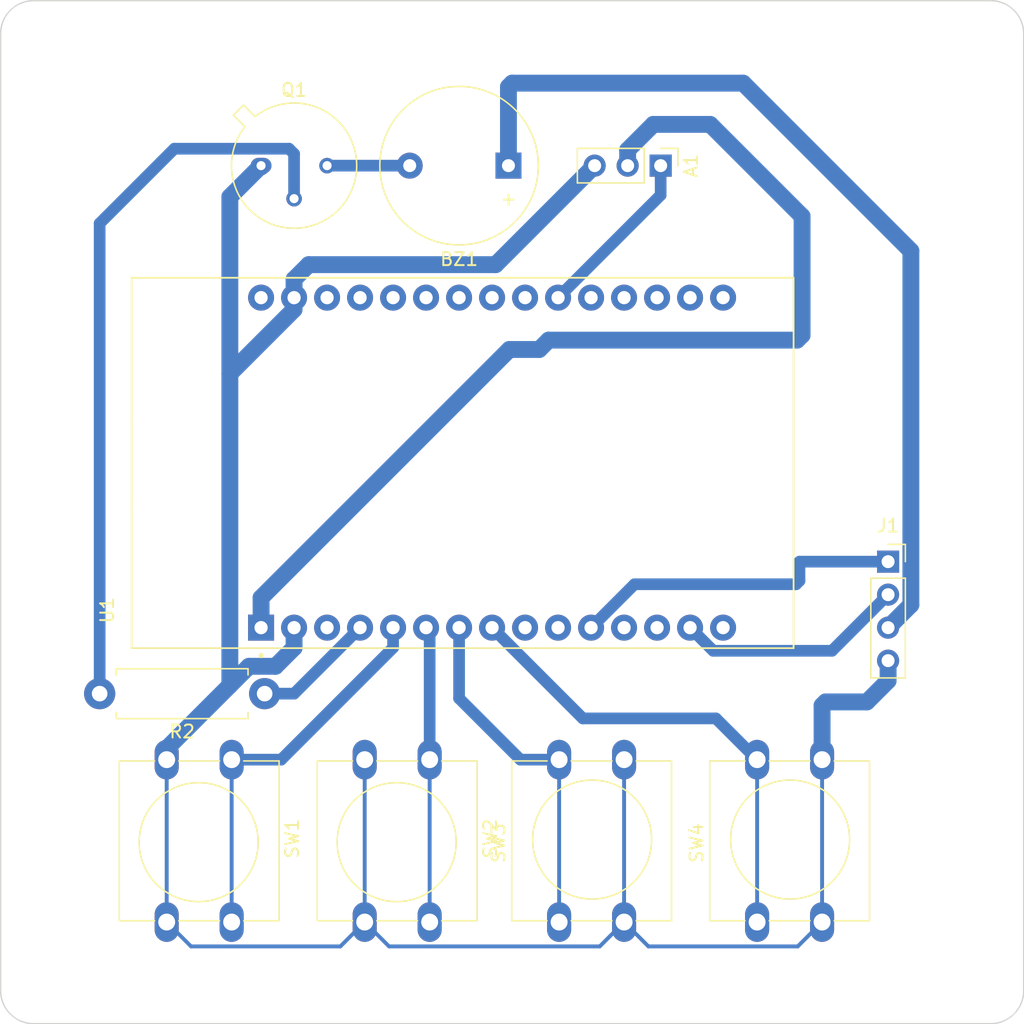
<source format=kicad_pcb>
(kicad_pcb (version 20221018) (generator pcbnew)
  (layers (0 "F.Cu" signal) (31 "B.Cu" signal) (34 "B.Paste" user) (35 "F.Paste" user) (36 "B.SilkS" user "B.Silkscreen") (37 "F.SilkS" user "F.Silkscreen") (38 "B.Mask" user) (39 "F.Mask" user) (44 "Edge.Cuts" user))
  (net 0 "")
  (net 1 "+3.3V")
  (net 2 "GND")
  (net 4 "/D2")
  (net 5 "/D4")
  (net 6 "/D16")
  (net 7 "/D17")
  (net 8 "/D5")
  (net 11 "/D21")
  (net 14 "/D22")
  (net 18 "/D14")
  (net 28 "+5V")
  (net 29 "Net-(BZ1-+)")
  (net 30 "Net-(Q1-B)")
  (net 31 "/D32")
  (footprint "Button_Switch_THT:SW_PUSH-12mm" (layer "F.Cu") (at 129.54 109.22 -90)
    (fp_text reference "SW2" (at 6.08 -4.66 90) (layer "F.SilkS"))
    (fp_text value "SW_Push_Dual")
    (fp_line (start 0.1 -3.65) (end 12.4 -3.65) (stroke (width 0.12)) (layer "F.SilkS"))
    (fp_line (start 0.1 -0.93) (end 0.1 -3.65) (stroke (width 0.12)) (layer "F.SilkS"))
    (fp_line (start 0.1 4.07) (end 0.1 0.93) (stroke (width 0.12)) (layer "F.SilkS"))
    (fp_line (start 0.1 8.65) (end 0.1 5.93) (stroke (width 0.12)) (layer "F.SilkS"))
    (fp_line (start 12.4 -3.65) (end 12.4 -0.93) (stroke (width 0.12)) (layer "F.SilkS"))
    (fp_line (start 12.4 0.93) (end 12.4 4.07) (stroke (width 0.12)) (layer "F.SilkS"))
    (fp_line (start 12.4 5.93) (end 12.4 8.65) (stroke (width 0.12)) (layer "F.SilkS"))
    (fp_line (start 12.4 8.65) (end 0.1 8.65) (stroke (width 0.12)) (layer "F.SilkS"))
    (fp_circle (center 6.35 2.54) (end 10.16 5.08) (stroke (width 0.12)) (fill none) (layer "F.SilkS"))
    (pad "1" thru_hole oval (at 0 0 270) (size 3.048 1.85) (drill 1.3) (layers "*.Cu" "*.Mask") (net 6 "/D16"))
    (pad "1" thru_hole oval (at 12.5 0 270) (size 3.048 1.85) (drill 1.3) (layers "*.Cu" "*.Mask") (net 6 "/D16"))
    (pad "2" thru_hole oval (at 0 5 270) (size 3.048 1.85) (drill 1.3) (layers "*.Cu" "*.Mask") (net 2 "GND"))
    (pad "2" thru_hole oval (at 12.5 5 270) (size 3.048 1.85) (drill 1.3) (layers "*.Cu" "*.Mask") (net 2 "GND"))
  )
  (footprint "Button_Switch_THT:SW_PUSH-12mm" (layer "F.Cu") (at 114.3 109.22 -90)
    (fp_text reference "SW1" (at 6.08 -4.66 90) (layer "F.SilkS"))
    (fp_text value "SW_Push_Dual")
    (fp_line (start 0.1 -3.65) (end 12.4 -3.65) (stroke (width 0.12)) (layer "F.SilkS"))
    (fp_line (start 0.1 -0.93) (end 0.1 -3.65) (stroke (width 0.12)) (layer "F.SilkS"))
    (fp_line (start 0.1 4.07) (end 0.1 0.93) (stroke (width 0.12)) (layer "F.SilkS"))
    (fp_line (start 0.1 8.65) (end 0.1 5.93) (stroke (width 0.12)) (layer "F.SilkS"))
    (fp_line (start 12.4 -3.65) (end 12.4 -0.93) (stroke (width 0.12)) (layer "F.SilkS"))
    (fp_line (start 12.4 0.93) (end 12.4 4.07) (stroke (width 0.12)) (layer "F.SilkS"))
    (fp_line (start 12.4 5.93) (end 12.4 8.65) (stroke (width 0.12)) (layer "F.SilkS"))
    (fp_line (start 12.4 8.65) (end 0.1 8.65) (stroke (width 0.12)) (layer "F.SilkS"))
    (fp_circle (center 6.35 2.54) (end 10.16 5.08) (stroke (width 0.12)) (fill none) (layer "F.SilkS"))
    (pad "1" thru_hole oval (at 0 0 270) (size 3.048 1.85) (drill 1.3) (layers "*.Cu" "*.Mask") (net 5 "/D4"))
    (pad "1" thru_hole oval (at 12.5 0 270) (size 3.048 1.85) (drill 1.3) (layers "*.Cu" "*.Mask") (net 5 "/D4"))
    (pad "2" thru_hole oval (at 0 5 270) (size 3.048 1.85) (drill 1.3) (layers "*.Cu" "*.Mask") (net 2 "GND"))
    (pad "2" thru_hole oval (at 12.5 5 270) (size 3.048 1.85) (drill 1.3) (layers "*.Cu" "*.Mask") (net 2 "GND"))
  )
  (footprint "Connector_PinHeader_2.54mm:PinHeader_1x03_P2.54mm_Vertical" (layer "F.Cu") (at 147.32 63.5 -90)
    (fp_text reference "A1" (at 0 -2.33 90) (layer "F.SilkS"))
    (fp_text value "LM35DZ_NOPB")
    (fp_line (start -1.33 -1.33) (end 0 -1.33) (stroke (width 0.12)) (layer "F.SilkS"))
    (fp_line (start -1.33 0) (end -1.33 -1.33) (stroke (width 0.12)) (layer "F.SilkS"))
    (fp_line (start -1.33 1.27) (end -1.33 6.41) (stroke (width 0.12)) (layer "F.SilkS"))
    (fp_line (start -1.33 1.27) (end 1.33 1.27) (stroke (width 0.12)) (layer "F.SilkS"))
    (fp_line (start -1.33 6.41) (end 1.33 6.41) (stroke (width 0.12)) (layer "F.SilkS"))
    (fp_line (start 1.33 1.27) (end 1.33 6.41) (stroke (width 0.12)) (layer "F.SilkS"))
    (pad "1" thru_hole rect (at 0 0 270) (size 1.7 1.7) (drill 1) (layers "*.Cu" "*.Mask") (net 31 "/D32"))
    (pad "2" thru_hole oval (at 0 2.54 270) (size 1.7 1.7) (drill 1) (layers "*.Cu" "*.Mask") (net 1 "+3.3V"))
    (pad "3" thru_hole oval (at 0 5.08 270) (size 1.7 1.7) (drill 1) (layers "*.Cu" "*.Mask") (net 2 "GND"))
  )
  (footprint "Button_Switch_THT:SW_PUSH-12mm" (layer "F.Cu") (at 154.745 121.72 90)
    (fp_text reference "SW4" (at 6.08 -4.66 90) (layer "F.SilkS"))
    (fp_text value "SW_Push_Dual")
    (fp_line (start 0.1 -3.65) (end 12.4 -3.65) (stroke (width 0.12)) (layer "F.SilkS"))
    (fp_line (start 0.1 -0.93) (end 0.1 -3.65) (stroke (width 0.12)) (layer "F.SilkS"))
    (fp_line (start 0.1 4.07) (end 0.1 0.93) (stroke (width 0.12)) (layer "F.SilkS"))
    (fp_line (start 0.1 8.65) (end 0.1 5.93) (stroke (width 0.12)) (layer "F.SilkS"))
    (fp_line (start 12.4 -3.65) (end 12.4 -0.93) (stroke (width 0.12)) (layer "F.SilkS"))
    (fp_line (start 12.4 0.93) (end 12.4 4.07) (stroke (width 0.12)) (layer "F.SilkS"))
    (fp_line (start 12.4 5.93) (end 12.4 8.65) (stroke (width 0.12)) (layer "F.SilkS"))
    (fp_line (start 12.4 8.65) (end 0.1 8.65) (stroke (width 0.12)) (layer "F.SilkS"))
    (fp_circle (center 6.35 2.54) (end 10.16 5.08) (stroke (width 0.12)) (fill none) (layer "F.SilkS"))
    (pad "1" thru_hole oval (at 0 0 90) (size 3.048 1.85) (drill 1.3) (layers "*.Cu" "*.Mask") (net 8 "/D5"))
    (pad "1" thru_hole oval (at 12.5 0 90) (size 3.048 1.85) (drill 1.3) (layers "*.Cu" "*.Mask") (net 8 "/D5"))
    (pad "2" thru_hole oval (at 0 5 90) (size 3.048 1.85) (drill 1.3) (layers "*.Cu" "*.Mask") (net 2 "GND"))
    (pad "2" thru_hole oval (at 12.5 5 90) (size 3.048 1.85) (drill 1.3) (layers "*.Cu" "*.Mask") (net 2 "GND"))
  )
  (footprint "Package_TO_SOT_THT:TO-39-3" (layer "F.Cu") (at 116.565 63.5)
    (fp_text reference "Q1" (at 2.54 -5.82) (layer "F.SilkS"))
    (fp_text value "2N2219")
    (fp_line (start -2.125856 -3.888039) (end -1.234902 -2.997084) (stroke (width 0.12)) (layer "F.SilkS"))
    (fp_line (start -1.348039 -4.665856) (end -2.125856 -3.888039) (stroke (width 0.12)) (layer "F.SilkS"))
    (fp_line (start -0.457084 -3.774902) (end -1.348039 -4.665856) (stroke (width 0.12)) (layer "F.SilkS"))
    (fp_arc (start -0.457084 -3.774902) (mid 5.948125 3.408384) (end -1.234674 -2.997371) (stroke (width 0.12)) (layer "F.SilkS"))
    (pad "1" thru_hole oval (at 0 0) (size 1.6 1.2) (drill 0.7) (layers "*.Cu" "*.Mask") (net 2 "GND"))
    (pad "2" thru_hole oval (at 2.54 2.54) (size 1.2 1.2) (drill 0.7) (layers "*.Cu" "*.Mask") (net 30 "Net-(Q1-B)"))
    (pad "3" thru_hole oval (at 5.08 0) (size 1.2 1.2) (drill 0.7) (layers "*.Cu" "*.Mask") (net 29 "Net-(BZ1-+)"))
  )
  (footprint "Connector_PinSocket_2.54mm:PinSocket_1x04_P2.54mm_Vertical" (layer "F.Cu") (at 164.825 93.98)
    (fp_text reference "J1" (at 0 -2.77) (layer "F.SilkS"))
    (fp_text value "Conn_01x04_Socket")
    (fp_line (start -1.33 1.27) (end -1.33 8.95) (stroke (width 0.12)) (layer "F.SilkS"))
    (fp_line (start -1.33 1.27) (end 1.33 1.27) (stroke (width 0.12)) (layer "F.SilkS"))
    (fp_line (start -1.33 8.95) (end 1.33 8.95) (stroke (width 0.12)) (layer "F.SilkS"))
    (fp_line (start 0 -1.33) (end 1.33 -1.33) (stroke (width 0.12)) (layer "F.SilkS"))
    (fp_line (start 1.33 -1.33) (end 1.33 0) (stroke (width 0.12)) (layer "F.SilkS"))
    (fp_line (start 1.33 1.27) (end 1.33 8.95) (stroke (width 0.12)) (layer "F.SilkS"))
    (pad "1" thru_hole rect (at 0 0) (size 1.7 1.7) (drill 1) (layers "*.Cu" "*.Mask") (net 11 "/D21"))
    (pad "2" thru_hole oval (at 0 2.54) (size 1.7 1.7) (drill 1) (layers "*.Cu" "*.Mask") (net 14 "/D22"))
    (pad "3" thru_hole oval (at 0 5.08) (size 1.7 1.7) (drill 1) (layers "*.Cu" "*.Mask") (net 28 "+5V"))
    (pad "4" thru_hole oval (at 0 7.62) (size 1.7 1.7) (drill 1) (layers "*.Cu" "*.Mask") (net 2 "GND"))
  )
  (footprint "Buzzer_Beeper:Buzzer_12x9.5RM7.6" (layer "F.Cu") (at 135.605 63.5 180)
    (fp_text reference "BZ1" (at 3.8 -7.2) (layer "F.SilkS"))
    (fp_text value "Buzzer")
    (fp_text user "+" (at -0.01 -2.54) (layer "F.SilkS"))
    (fp_circle (center 3.8 0) (end 9.9 0) (stroke (width 0.12)) (fill none) (layer "F.SilkS"))
    (pad "1" thru_hole rect (at 0 0 180) (size 2 2) (drill 1) (layers "*.Cu" "*.Mask") (net 28 "+5V"))
    (pad "2" thru_hole circle (at 7.6 0 180) (size 2 2) (drill 1) (layers "*.Cu" "*.Mask") (net 29 "Net-(BZ1-+)"))
  )
  (footprint "ESP32-DEVKIT-V1:MODULE_ESP32_DEVKIT_V1" (layer "F.Cu") (at 132.08 86.36 90)
    (fp_text reference "U1" (at -11.355 -27.36 90) (layer "F.SilkS"))
    (fp_text value "ESP32-DEVKIT-V1")
    (fp_line (start -14.28 -25.475) (end -3.211 -25.475) (stroke (width 0.127)) (layer "F.SilkS"))
    (fp_line (start -14.28 -25.475) (end 14.23 -25.475) (stroke (width 0.127)) (layer "F.SilkS"))
    (fp_line (start -14.28 25.475) (end -14.28 -25.475) (stroke (width 0.127)) (layer "F.SilkS"))
    (fp_line (start -14.28 25.475) (end -14.28 -25.475) (stroke (width 0.127)) (layer "F.SilkS"))
    (fp_line (start -14.28 25.475) (end -8.91 25.475) (stroke (width 0.127)) (layer "F.SilkS"))
    (fp_line (start -8.91 25.475) (end 8.78 25.475) (stroke (width 0.127)) (layer "F.SilkS"))
    (fp_line (start -3.211 -25.475) (end 3.5 -25.475) (stroke (width 0.127)) (layer "F.SilkS"))
    (fp_line (start 3.5 -25.475) (end 14.23 -25.475) (stroke (width 0.127)) (layer "F.SilkS"))
    (fp_line (start 8.78 25.475) (end 14.23 25.475) (stroke (width 0.127)) (layer "F.SilkS"))
    (fp_line (start 14.23 -25.475) (end 14.23 25.475) (stroke (width 0.127)) (layer "F.SilkS"))
    (fp_line (start 14.23 -25.475) (end 14.23 25.475) (stroke (width 0.127)) (layer "F.SilkS"))
    (fp_line (start 14.23 25.475) (end -14.28 25.475) (stroke (width 0.127)) (layer "F.SilkS"))
    (fp_circle (center -14.85 -15.515) (end -14.75 -15.515) (stroke (width 0.2)) (fill none) (layer "F.SilkS"))
    (pad "" np_thru_hole circle (at -12.28 -23.475 90) (size 3 3) (drill 3) (layers "*.Cu" "*.Mask"))
    (pad "" np_thru_hole circle (at -12.28 23.475 90) (size 3 3) (drill 3) (layers "*.Cu" "*.Mask"))
    (pad "" np_thru_hole circle (at 12.23 -23.475 90) (size 3 3) (drill 3) (layers "*.Cu" "*.Mask"))
    (pad "" np_thru_hole circle (at 12.23 23.475 90) (size 3 3) (drill 3) (layers "*.Cu" "*.Mask"))
    (pad "1" thru_hole rect (at -12.7 -15.515 90) (size 2 2) (drill 1.02) (layers "*.Cu" "*.Mask") (net 1 "+3.3V"))
    (pad "2" thru_hole circle (at -12.7 -12.975 90) (size 2 2) (drill 1.02) (layers "*.Cu" "*.Mask") (net 2 "GND"))
    (pad "3" thru_hole circle (at -12.7 -10.435 90) (size 2 2) (drill 1.02) (layers "*.Cu" "*.Mask"))
    (pad "4" thru_hole circle (at -12.7 -7.895 90) (size 2 2) (drill 1.02) (layers "*.Cu" "*.Mask") (net 4 "/D2"))
    (pad "5" thru_hole circle (at -12.7 -5.355 90) (size 2 2) (drill 1.02) (layers "*.Cu" "*.Mask") (net 5 "/D4"))
    (pad "6" thru_hole circle (at -12.7 -2.815 90) (size 2 2) (drill 1.02) (layers "*.Cu" "*.Mask") (net 6 "/D16"))
    (pad "7" thru_hole circle (at -12.7 -0.275 90) (size 2 2) (drill 1.02) (layers "*.Cu" "*.Mask") (net 7 "/D17"))
    (pad "8" thru_hole circle (at -12.7 2.265 90) (size 2 2) (drill 1.02) (layers "*.Cu" "*.Mask") (net 8 "/D5"))
    (pad "9" thru_hole circle (at -12.7 4.805 90) (size 2 2) (drill 1.02) (layers "*.Cu" "*.Mask"))
    (pad "10" thru_hole circle (at -12.7 7.345 90) (size 2 2) (drill 1.02) (layers "*.Cu" "*.Mask"))
    (pad "11" thru_hole circle (at -12.7 9.885 90) (size 2 2) (drill 1.02) (layers "*.Cu" "*.Mask") (net 11 "/D21"))
    (pad "12" thru_hole circle (at -12.7 12.425 90) (size 2 2) (drill 1.02) (layers "*.Cu" "*.Mask"))
    (pad "13" thru_hole circle (at -12.7 14.965 90) (size 2 2) (drill 1.02) (layers "*.Cu" "*.Mask"))
    (pad "14" thru_hole circle (at -12.7 17.505 90) (size 2 2) (drill 1.02) (layers "*.Cu" "*.Mask") (net 14 "/D22"))
    (pad "15" thru_hole circle (at -12.7 20.045 90) (size 2 2) (drill 1.02) (layers "*.Cu" "*.Mask"))
    (pad "16" thru_hole circle (at 12.7 20.045 90) (size 2 2) (drill 1.02) (layers "*.Cu" "*.Mask"))
    (pad "17" thru_hole circle (at 12.7 17.505 90) (size 2 2) (drill 1.02) (layers "*.Cu" "*.Mask"))
    (pad "18" thru_hole circle (at 12.7 14.965 90) (size 2 2) (drill 1.02) (layers "*.Cu" "*.Mask"))
    (pad "19" thru_hole circle (at 12.7 12.425 90) (size 2 2) (drill 1.02) (layers "*.Cu" "*.Mask"))
    (pad "20" thru_hole circle (at 12.7 9.885 90) (size 2 2) (drill 1.02) (layers "*.Cu" "*.Mask"))
    (pad "21" thru_hole circle (at 12.7 7.345 90) (size 2 2) (drill 1.02) (layers "*.Cu" "*.Mask") (net 31 "/D32"))
    (pad "22" thru_hole circle (at 12.7 4.805 90) (size 2 2) (drill 1.02) (layers "*.Cu" "*.Mask"))
    (pad "23" thru_hole circle (at 12.7 2.265 90) (size 2 2) (drill 1.02) (layers "*.Cu" "*.Mask"))
    (pad "24" thru_hole circle (at 12.7 -0.275 90) (size 2 2) (drill 1.02) (layers "*.Cu" "*.Mask"))
    (pad "25" thru_hole circle (at 12.7 -2.815 90) (size 2 2) (drill 1.02) (layers "*.Cu" "*.Mask"))
    (pad "26" thru_hole circle (at 12.7 -5.355 90) (size 2 2) (drill 1.02) (layers "*.Cu" "*.Mask") (net 18 "/D14"))
    (pad "27" thru_hole circle (at 12.7 -7.895 90) (size 2 2) (drill 1.02) (layers "*.Cu" "*.Mask"))
    (pad "28" thru_hole circle (at 12.7 -10.435 90) (size 2 2) (drill 1.02) (layers "*.Cu" "*.Mask"))
    (pad "29" thru_hole circle (at 12.7 -12.975 90) (size 2 2) (drill 1.02) (layers "*.Cu" "*.Mask") (net 2 "GND"))
    (pad "30" thru_hole circle (at 12.7 -15.515 90) (size 2 2) (drill 1.02) (layers "*.Cu" "*.Mask") (net 28 "+5V"))
  )
  (footprint "Resistor_THT:R_Axial_DIN0411_L9.9mm_D3.6mm_P12.70mm_Horizontal" (layer "F.Cu") (at 116.84 104.14 180)
    (fp_text reference "R2" (at 6.35 -2.92) (layer "F.SilkS"))
    (fp_text value "4700")
    (fp_line (start 1.28 -1.92) (end 11.42 -1.92) (stroke (width 0.12)) (layer "F.SilkS"))
    (fp_line (start 1.28 -1.44) (end 1.28 -1.92) (stroke (width 0.12)) (layer "F.SilkS"))
    (fp_line (start 1.28 1.44) (end 1.28 1.92) (stroke (width 0.12)) (layer "F.SilkS"))
    (fp_line (start 1.28 1.92) (end 11.42 1.92) (stroke (width 0.12)) (layer "F.SilkS"))
    (fp_line (start 11.42 -1.92) (end 11.42 -1.44) (stroke (width 0.12)) (layer "F.SilkS"))
    (fp_line (start 11.42 1.92) (end 11.42 1.44) (stroke (width 0.12)) (layer "F.SilkS"))
    (pad "1" thru_hole circle (at 0 0 180) (size 2.4 2.4) (drill 1.2) (layers "*.Cu" "*.Mask") (net 4 "/D2"))
    (pad "2" thru_hole oval (at 12.7 0 180) (size 2.4 2.4) (drill 1.2) (layers "*.Cu" "*.Mask") (net 30 "Net-(Q1-B)"))
  )
  (footprint "Button_Switch_THT:SW_PUSH-12mm" (layer "F.Cu") (at 139.505 121.72 90)
    (fp_text reference "SW3" (at 6.08 -4.66 90) (layer "F.SilkS"))
    (fp_text value "SW_Push_Dual")
    (fp_line (start 0.1 -3.65) (end 12.4 -3.65) (stroke (width 0.12)) (layer "F.SilkS"))
    (fp_line (start 0.1 -0.93) (end 0.1 -3.65) (stroke (width 0.12)) (layer "F.SilkS"))
    (fp_line (start 0.1 4.07) (end 0.1 0.93) (stroke (width 0.12)) (layer "F.SilkS"))
    (fp_line (start 0.1 8.65) (end 0.1 5.93) (stroke (width 0.12)) (layer "F.SilkS"))
    (fp_line (start 12.4 -3.65) (end 12.4 -0.93) (stroke (width 0.12)) (layer "F.SilkS"))
    (fp_line (start 12.4 0.93) (end 12.4 4.07) (stroke (width 0.12)) (layer "F.SilkS"))
    (fp_line (start 12.4 5.93) (end 12.4 8.65) (stroke (width 0.12)) (layer "F.SilkS"))
    (fp_line (start 12.4 8.65) (end 0.1 8.65) (stroke (width 0.12)) (layer "F.SilkS"))
    (fp_circle (center 6.35 2.54) (end 10.16 5.08) (stroke (width 0.12)) (fill none) (layer "F.SilkS"))
    (pad "1" thru_hole oval (at 0 0 90) (size 3.048 1.85) (drill 1.3) (layers "*.Cu" "*.Mask") (net 7 "/D17"))
    (pad "1" thru_hole oval (at 12.5 0 90) (size 3.048 1.85) (drill 1.3) (layers "*.Cu" "*.Mask") (net 7 "/D17"))
    (pad "2" thru_hole oval (at 0 5 90) (size 3.048 1.85) (drill 1.3) (layers "*.Cu" "*.Mask") (net 2 "GND"))
    (pad "2" thru_hole oval (at 12.5 5 90) (size 3.048 1.85) (drill 1.3) (layers "*.Cu" "*.Mask") (net 2 "GND"))
  )
  (gr_arc (start 175.26 127) (mid 174.516051 128.796051) (end 172.72 129.54) (stroke (width 0.1)) (layer "Edge.Cuts"))
  (gr_line (start 175.26 53.34) (end 175.26 127) (stroke (width 0.1)) (layer "Edge.Cuts"))
  (gr_line (start 99.06 50.8) (end 172.72 50.8) (stroke (width 0.1)) (layer "Edge.Cuts"))
  (gr_arc (start 172.72 50.8) (mid 174.516051 51.543949) (end 175.26 53.34) (stroke (width 0.1)) (layer "Edge.Cuts"))
  (gr_line (start 96.52 127) (end 96.52 53.34) (stroke (width 0.1)) (layer "Edge.Cuts"))
  (gr_line (start 172.72 129.54) (end 99.06 129.54) (stroke (width 0.1)) (layer "Edge.Cuts"))
  (gr_arc (start 96.52 53.34) (mid 97.263949 51.543949) (end 99.06 50.8) (stroke (width 0.1)) (layer "Edge.Cuts"))
  (gr_arc (start 99.06 129.54) (mid 97.263949 128.796051) (end 96.52 127) (stroke (width 0.1)) (layer "Edge.Cuts"))
  (segment (start 116.565 96.76) (end 116.565 99.06) (width 1.3) (layer "B.Cu") (net 1))
  (segment (start 146.752919 60.325) (end 151.13 60.325) (width 1.3) (layer "B.Cu") (net 1))
  (segment (start 138.195 77.43) (end 137.975 77.65) (width 0.3) (layer "B.Cu") (net 1))
  (segment (start 137.975 77.65) (end 135.675 77.65) (width 1.3) (layer "B.Cu") (net 1))
  (segment (start 138.695 76.93) (end 137.975 77.65) (width 1.3) (layer "B.Cu") (net 1))
  (segment (start 151.13 60.325) (end 158.205 67.4) (width 1.3) (layer "B.Cu") (net 1))
  (segment (start 144.78 62.297919) (end 146.752919 60.325) (width 1.3) (layer "B.Cu") (net 1))
  (segment (start 135.675 77.65) (end 116.565 96.76) (width 1.3) (layer "B.Cu") (net 1))
  (segment (start 157.82424 76.93) (end 138.695 76.93) (width 1.3) (layer "B.Cu") (net 1))
  (segment (start 144.78 63.5) (end 144.78 62.297919) (width 1.3) (layer "B.Cu") (net 1))
  (segment (start 158.205 67.4) (end 158.205 76.54924) (width 1.3) (layer "B.Cu") (net 1))
  (segment (start 158.205 76.54924) (end 157.82424 76.93) (width 1.3) (layer "B.Cu") (net 1))
  (segment (start 109.3 109.22) (end 109.3 108.3675) (width 1.3) (layer "B.Cu") (net 2))
  (segment (start 109.3 121.72) (end 111.174 123.594) (width 0.3) (layer "B.Cu") (net 2))
  (segment (start 111.174 123.594) (end 122.666 123.594) (width 0.3) (layer "B.Cu") (net 2))
  (segment (start 164.825 103.145) (end 163.195 104.775) (width 1.3) (layer "B.Cu") (net 2))
  (segment (start 126.414 123.594) (end 142.631 123.594) (width 0.3) (layer "B.Cu") (net 2))
  (segment (start 144.505 121.72) (end 144.505 109.22) (width 0.3) (layer "B.Cu") (net 2))
  (segment (start 163.195 104.775) (end 160.02 104.775) (width 1.3) (layer "B.Cu") (net 2))
  (segment (start 164.825 101.6) (end 164.825 103.145) (width 1.3) (layer "B.Cu") (net 2))
  (segment (start 142.631 123.594) (end 144.505 121.72) (width 0.3) (layer "B.Cu") (net 2))
  (segment (start 142.24 63.5) (end 134.62 71.12) (width 1.3) (layer "B.Cu") (net 2))
  (segment (start 120.230787 71.12) (end 119.105 72.245787) (width 1.3) (layer "B.Cu") (net 2))
  (segment (start 144.505 121.72) (end 146.379 123.594) (width 0.3) (layer "B.Cu") (net 2))
  (segment (start 124.54 121.72) (end 124.54 109.22) (width 0.3) (layer "B.Cu") (net 2))
  (segment (start 159.745 105.05) (end 159.745 109.22) (width 1.3) (layer "B.Cu") (net 2))
  (segment (start 109.3 121.72) (end 109.3 109.22) (width 0.3) (layer "B.Cu") (net 2))
  (segment (start 114.1625 65.9025) (end 116.461 63.604) (width 1.3) (layer "B.Cu") (net 2))
  (segment (start 117.674 102.036) (end 119.105 100.605) (width 1.3) (layer "B.Cu") (net 2))
  (segment (start 124.54 121.72) (end 126.414 123.594) (width 0.3) (layer "B.Cu") (net 2))
  (segment (start 114.1625 79.5125) (end 114.1625 65.9025) (width 1.3) (layer "B.Cu") (net 2))
  (segment (start 157.871 123.594) (end 159.745 121.72) (width 0.3) (layer "B.Cu") (net 2))
  (segment (start 114.1625 103.505) (end 114.1625 104.0025) (width 0.3) (layer "B.Cu") (net 2))
  (segment (start 160.02 104.775) (end 159.745 105.05) (width 1.3) (layer "B.Cu") (net 2))
  (segment (start 116.461 63.604) (end 116.565 63.604) (width 1.3) (layer "B.Cu") (net 2))
  (segment (start 114.1625 79.5125) (end 119.105 74.57) (width 1.3) (layer "B.Cu") (net 2))
  (segment (start 109.3 109.22) (end 109.3 108.865) (width 0.3) (layer "B.Cu") (net 2))
  (segment (start 109.3 108.3675) (end 114.1625 103.505) (width 1.3) (layer "B.Cu") (net 2))
  (segment (start 159.745 121.72) (end 159.745 109.22) (width 0.3) (layer "B.Cu") (net 2))
  (segment (start 146.379 123.594) (end 157.871 123.594) (width 0.3) (layer "B.Cu") (net 2))
  (segment (start 114.1625 103.505) (end 114.1625 79.5125) (width 1.3) (layer "B.Cu") (net 2))
  (segment (start 119.105 72.245787) (end 119.105 73.66) (width 1.3) (layer "B.Cu") (net 2))
  (segment (start 134.62 71.12) (end 120.230787 71.12) (width 1.3) (layer "B.Cu") (net 2))
  (segment (start 119.105 74.57) (end 119.105 73.66) (width 1.3) (layer "B.Cu") (net 2))
  (segment (start 119.105 100.605) (end 119.105 99.06) (width 1.3) (layer "B.Cu") (net 2))
  (segment (start 122.666 123.594) (end 124.54 121.72) (width 0.3) (layer "B.Cu") (net 2))
  (segment (start 115.6315 102.036) (end 117.674 102.036) (width 1.3) (layer "B.Cu") (net 2))
  (segment (start 114.1625 103.505) (end 115.6315 102.036) (width 1.3) (layer "B.Cu") (net 2))
  (segment (start 116.84 104.14) (end 119.105 104.14) (width 0.9) (layer "B.Cu") (net 4))
  (segment (start 119.105 104.14) (end 124.185 99.06) (width 0.9) (layer "B.Cu") (net 4))
  (segment (start 118.11 109.22) (end 126.725 100.605) (width 0.9) (layer "B.Cu") (net 5))
  (segment (start 126.725 100.605) (end 126.725 99.06) (width 0.9) (layer "B.Cu") (net 5))
  (segment (start 114.3 109.22) (end 118.11 109.22) (width 0.9) (layer "B.Cu") (net 5))
  (segment (start 114.3 121.72) (end 114.3 109.22) (width 0.3) (layer "B.Cu") (net 5))
  (segment (start 129.54 109.22) (end 129.54 99.335) (width 0.9) (layer "B.Cu") (net 6))
  (segment (start 129.54 99.335) (end 129.265 99.06) (width 0.9) (layer "B.Cu") (net 6))
  (segment (start 129.54 121.72) (end 129.54 109.22) (width 0.3) (layer "B.Cu") (net 6))
  (segment (start 136.525 109.22) (end 131.805 104.5) (width 0.9) (layer "B.Cu") (net 7))
  (segment (start 131.805 104.5) (end 131.805 99.06) (width 0.9) (layer "B.Cu") (net 7))
  (segment (start 139.505 121.72) (end 139.505 109.22) (width 0.3) (layer "B.Cu") (net 7))
  (segment (start 139.505 109.22) (end 136.525 109.22) (width 0.9) (layer "B.Cu") (net 7))
  (segment (start 151.57 106.045) (end 141.33 106.045) (width 0.9) (layer "B.Cu") (net 8))
  (segment (start 154.745 109.22) (end 151.57 106.045) (width 0.9) (layer "B.Cu") (net 8))
  (segment (start 154.745 121.72) (end 154.745 109.22) (width 0.3) (layer "B.Cu") (net 8))
  (segment (start 141.33 106.045) (end 134.345 99.06) (width 0.9) (layer "B.Cu") (net 8))
  (segment (start 157.741396 95.72) (end 145.305 95.72) (width 0.9) (layer "B.Cu") (net 11))
  (segment (start 158.005 95.456396) (end 157.741396 95.72) (width 0.9) (layer "B.Cu") (net 11))
  (segment (start 145.305 95.72) (end 141.965 99.06) (width 0.9) (layer "B.Cu") (net 11))
  (segment (start 158.005 93.98) (end 158.005 95.456396) (width 0.9) (layer "B.Cu") (net 11))
  (segment (start 164.825 93.98) (end 158.005 93.98) (width 0.9) (layer "B.Cu") (net 11))
  (segment (start 164.825 96.52) (end 160.505 100.84) (width 0.9) (layer "B.Cu") (net 14))
  (segment (start 164.825 96.52) (end 164.745 96.44) (width 0.9) (layer "B.Cu") (net 14))
  (segment (start 151.365 100.84) (end 149.585 99.06) (width 0.9) (layer "B.Cu") (net 14))
  (segment (start 160.505 100.84) (end 151.365 100.84) (width 0.9) (layer "B.Cu") (net 14))
  (segment (start 164.825 99.06) (end 166.579 97.306) (width 1.3) (layer "B.Cu") (net 28))
  (segment (start 166.579 97.306) (end 166.579 70.059) (width 1.3) (layer "B.Cu") (net 28))
  (segment (start 166.025 97.86) (end 164.825 99.06) (width 0.3) (layer "B.Cu") (net 28))
  (segment (start 166.579 70.059) (end 153.67 57.15) (width 1.3) (layer "B.Cu") (net 28))
  (segment (start 135.605 63.5) (end 135.605 57.435) (width 1.3) (layer "B.Cu") (net 28))
  (segment (start 135.605 57.435) (end 135.89 57.15) (width 1.3) (layer "B.Cu") (net 28))
  (segment (start 135.89 57.15) (end 153.67 57.15) (width 1.3) (layer "B.Cu") (net 28))
  (segment (start 121.645 63.5) (end 128.005 63.5) (width 0.9) (layer "B.Cu") (net 29))
  (segment (start 109.889 62.196) (end 104.14 67.945) (width 0.9) (layer "B.Cu") (net 30))
  (segment (start 119.105 66.04) (end 119.105 62.59) (width 0.9) (layer "B.Cu") (net 30))
  (segment (start 104.14 67.945) (end 104.14 104.14) (width 0.9) (layer "B.Cu") (net 30))
  (segment (start 119.105 62.59) (end 118.711 62.196) (width 0.9) (layer "B.Cu") (net 30))
  (segment (start 118.711 62.196) (end 109.889 62.196) (width 0.9) (layer "B.Cu") (net 30))
  (segment (start 147.32 63.5) (end 147.32 65.765) (width 0.9) (layer "B.Cu") (net 31))
  (segment (start 147.32 65.765) (end 139.425 73.66) (width 0.9) (layer "B.Cu") (net 31))
)
</source>
